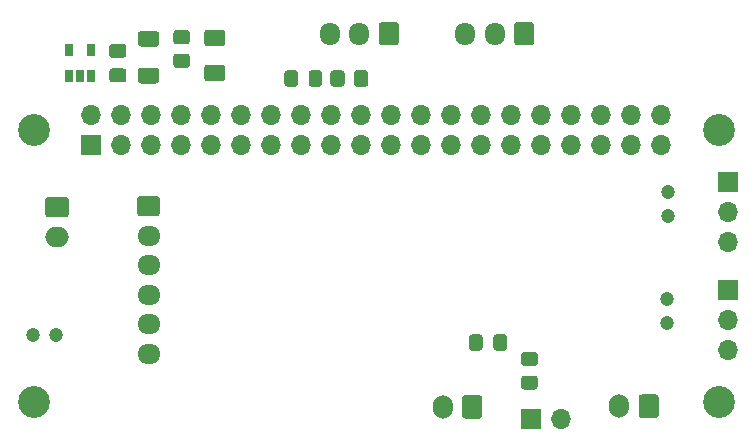
<source format=gbr>
%TF.GenerationSoftware,KiCad,Pcbnew,(5.1.10)-1*%
%TF.CreationDate,2023-05-11T15:26:33-07:00*%
%TF.ProjectId,CUBOTino2,4355424f-5469-46e6-9f32-2e6b69636164,rev?*%
%TF.SameCoordinates,Original*%
%TF.FileFunction,Soldermask,Top*%
%TF.FilePolarity,Negative*%
%FSLAX46Y46*%
G04 Gerber Fmt 4.6, Leading zero omitted, Abs format (unit mm)*
G04 Created by KiCad (PCBNEW (5.1.10)-1) date 2023-05-11 15:26:33*
%MOMM*%
%LPD*%
G01*
G04 APERTURE LIST*
%ADD10O,1.700000X2.000000*%
%ADD11O,2.000000X1.700000*%
%ADD12O,1.950000X1.700000*%
%ADD13O,1.700000X1.700000*%
%ADD14R,1.700000X1.700000*%
%ADD15O,1.700000X1.950000*%
%ADD16R,0.650000X1.060000*%
%ADD17C,1.200000*%
%ADD18C,2.700000*%
G04 APERTURE END LIST*
D10*
%TO.C,J6*%
X153550000Y-86850000D03*
G36*
G01*
X156900000Y-86100000D02*
X156900000Y-87600000D01*
G75*
G02*
X156650000Y-87850000I-250000J0D01*
G01*
X155450000Y-87850000D01*
G75*
G02*
X155200000Y-87600000I0J250000D01*
G01*
X155200000Y-86100000D01*
G75*
G02*
X155450000Y-85850000I250000J0D01*
G01*
X156650000Y-85850000D01*
G75*
G02*
X156900000Y-86100000I0J-250000D01*
G01*
G37*
%TD*%
%TO.C,J4*%
X138600000Y-86900000D03*
G36*
G01*
X141950000Y-86150000D02*
X141950000Y-87650000D01*
G75*
G02*
X141700000Y-87900000I-250000J0D01*
G01*
X140500000Y-87900000D01*
G75*
G02*
X140250000Y-87650000I0J250000D01*
G01*
X140250000Y-86150000D01*
G75*
G02*
X140500000Y-85900000I250000J0D01*
G01*
X141700000Y-85900000D01*
G75*
G02*
X141950000Y-86150000I0J-250000D01*
G01*
G37*
%TD*%
D11*
%TO.C,J2*%
X105950000Y-72500000D03*
G36*
G01*
X105200000Y-69150000D02*
X106700000Y-69150000D01*
G75*
G02*
X106950000Y-69400000I0J-250000D01*
G01*
X106950000Y-70600000D01*
G75*
G02*
X106700000Y-70850000I-250000J0D01*
G01*
X105200000Y-70850000D01*
G75*
G02*
X104950000Y-70600000I0J250000D01*
G01*
X104950000Y-69400000D01*
G75*
G02*
X105200000Y-69150000I250000J0D01*
G01*
G37*
%TD*%
D12*
%TO.C,J3*%
X113700000Y-82400000D03*
X113700000Y-79900000D03*
X113700000Y-77400000D03*
X113700000Y-74900000D03*
X113700000Y-72400000D03*
G36*
G01*
X112975000Y-69050000D02*
X114425000Y-69050000D01*
G75*
G02*
X114675000Y-69300000I0J-250000D01*
G01*
X114675000Y-70500000D01*
G75*
G02*
X114425000Y-70750000I-250000J0D01*
G01*
X112975000Y-70750000D01*
G75*
G02*
X112725000Y-70500000I0J250000D01*
G01*
X112725000Y-69300000D01*
G75*
G02*
X112975000Y-69050000I250000J0D01*
G01*
G37*
%TD*%
D13*
%TO.C,J8*%
X162800000Y-82080000D03*
X162800000Y-79540000D03*
D14*
X162800000Y-77000000D03*
%TD*%
D13*
%TO.C,J7*%
X162800000Y-72980000D03*
X162800000Y-70440000D03*
D14*
X162800000Y-67900000D03*
%TD*%
D15*
%TO.C,J10*%
X129050000Y-55300000D03*
X131550000Y-55300000D03*
G36*
G01*
X134900000Y-54575000D02*
X134900000Y-56025000D01*
G75*
G02*
X134650000Y-56275000I-250000J0D01*
G01*
X133450000Y-56275000D01*
G75*
G02*
X133200000Y-56025000I0J250000D01*
G01*
X133200000Y-54575000D01*
G75*
G02*
X133450000Y-54325000I250000J0D01*
G01*
X134650000Y-54325000D01*
G75*
G02*
X134900000Y-54575000I0J-250000D01*
G01*
G37*
%TD*%
%TO.C,J9*%
X140500000Y-55300000D03*
X143000000Y-55300000D03*
G36*
G01*
X146350000Y-54575000D02*
X146350000Y-56025000D01*
G75*
G02*
X146100000Y-56275000I-250000J0D01*
G01*
X144900000Y-56275000D01*
G75*
G02*
X144650000Y-56025000I0J250000D01*
G01*
X144650000Y-54575000D01*
G75*
G02*
X144900000Y-54325000I250000J0D01*
G01*
X146100000Y-54325000D01*
G75*
G02*
X146350000Y-54575000I0J-250000D01*
G01*
G37*
%TD*%
D16*
%TO.C,U1*%
X106950000Y-56700000D03*
X108850000Y-56700000D03*
X108850000Y-58900000D03*
X107900000Y-58900000D03*
X106950000Y-58900000D03*
%TD*%
%TO.C,C3*%
G36*
G01*
X110625000Y-58250000D02*
X111575000Y-58250000D01*
G75*
G02*
X111825000Y-58500000I0J-250000D01*
G01*
X111825000Y-59175000D01*
G75*
G02*
X111575000Y-59425000I-250000J0D01*
G01*
X110625000Y-59425000D01*
G75*
G02*
X110375000Y-59175000I0J250000D01*
G01*
X110375000Y-58500000D01*
G75*
G02*
X110625000Y-58250000I250000J0D01*
G01*
G37*
G36*
G01*
X110625000Y-56175000D02*
X111575000Y-56175000D01*
G75*
G02*
X111825000Y-56425000I0J-250000D01*
G01*
X111825000Y-57100000D01*
G75*
G02*
X111575000Y-57350000I-250000J0D01*
G01*
X110625000Y-57350000D01*
G75*
G02*
X110375000Y-57100000I0J250000D01*
G01*
X110375000Y-56425000D01*
G75*
G02*
X110625000Y-56175000I250000J0D01*
G01*
G37*
%TD*%
%TO.C,R3*%
G36*
G01*
X131100000Y-59550001D02*
X131100000Y-58649999D01*
G75*
G02*
X131349999Y-58400000I249999J0D01*
G01*
X132050001Y-58400000D01*
G75*
G02*
X132300000Y-58649999I0J-249999D01*
G01*
X132300000Y-59550001D01*
G75*
G02*
X132050001Y-59800000I-249999J0D01*
G01*
X131349999Y-59800000D01*
G75*
G02*
X131100000Y-59550001I0J249999D01*
G01*
G37*
G36*
G01*
X129100000Y-59550001D02*
X129100000Y-58649999D01*
G75*
G02*
X129349999Y-58400000I249999J0D01*
G01*
X130050001Y-58400000D01*
G75*
G02*
X130300000Y-58649999I0J-249999D01*
G01*
X130300000Y-59550001D01*
G75*
G02*
X130050001Y-59800000I-249999J0D01*
G01*
X129349999Y-59800000D01*
G75*
G02*
X129100000Y-59550001I0J249999D01*
G01*
G37*
%TD*%
%TO.C,R1*%
G36*
G01*
X145499999Y-84250000D02*
X146400001Y-84250000D01*
G75*
G02*
X146650000Y-84499999I0J-249999D01*
G01*
X146650000Y-85200001D01*
G75*
G02*
X146400001Y-85450000I-249999J0D01*
G01*
X145499999Y-85450000D01*
G75*
G02*
X145250000Y-85200001I0J249999D01*
G01*
X145250000Y-84499999D01*
G75*
G02*
X145499999Y-84250000I249999J0D01*
G01*
G37*
G36*
G01*
X145499999Y-82250000D02*
X146400001Y-82250000D01*
G75*
G02*
X146650000Y-82499999I0J-249999D01*
G01*
X146650000Y-83200001D01*
G75*
G02*
X146400001Y-83450000I-249999J0D01*
G01*
X145499999Y-83450000D01*
G75*
G02*
X145250000Y-83200001I0J249999D01*
G01*
X145250000Y-82499999D01*
G75*
G02*
X145499999Y-82250000I249999J0D01*
G01*
G37*
%TD*%
%TO.C,D3*%
G36*
G01*
X127250000Y-59550001D02*
X127250000Y-58649999D01*
G75*
G02*
X127499999Y-58400000I249999J0D01*
G01*
X128150001Y-58400000D01*
G75*
G02*
X128400000Y-58649999I0J-249999D01*
G01*
X128400000Y-59550001D01*
G75*
G02*
X128150001Y-59800000I-249999J0D01*
G01*
X127499999Y-59800000D01*
G75*
G02*
X127250000Y-59550001I0J249999D01*
G01*
G37*
G36*
G01*
X125200000Y-59550001D02*
X125200000Y-58649999D01*
G75*
G02*
X125449999Y-58400000I249999J0D01*
G01*
X126100001Y-58400000D01*
G75*
G02*
X126350000Y-58649999I0J-249999D01*
G01*
X126350000Y-59550001D01*
G75*
G02*
X126100001Y-59800000I-249999J0D01*
G01*
X125449999Y-59800000D01*
G75*
G02*
X125200000Y-59550001I0J249999D01*
G01*
G37*
%TD*%
%TO.C,D1*%
G36*
G01*
X142900000Y-81900001D02*
X142900000Y-80999999D01*
G75*
G02*
X143149999Y-80750000I249999J0D01*
G01*
X143800001Y-80750000D01*
G75*
G02*
X144050000Y-80999999I0J-249999D01*
G01*
X144050000Y-81900001D01*
G75*
G02*
X143800001Y-82150000I-249999J0D01*
G01*
X143149999Y-82150000D01*
G75*
G02*
X142900000Y-81900001I0J249999D01*
G01*
G37*
G36*
G01*
X140850000Y-81900001D02*
X140850000Y-80999999D01*
G75*
G02*
X141099999Y-80750000I249999J0D01*
G01*
X141750001Y-80750000D01*
G75*
G02*
X142000000Y-80999999I0J-249999D01*
G01*
X142000000Y-81900001D01*
G75*
G02*
X141750001Y-82150000I-249999J0D01*
G01*
X141099999Y-82150000D01*
G75*
G02*
X140850000Y-81900001I0J249999D01*
G01*
G37*
%TD*%
D17*
%TO.C,C7*%
X157700000Y-68700000D03*
X157700000Y-70700000D03*
%TD*%
%TO.C,C6*%
X157600000Y-77800000D03*
X157600000Y-79800000D03*
%TD*%
%TO.C,C1*%
X105900000Y-80800000D03*
X103900000Y-80800000D03*
%TD*%
D18*
%TO.C,H4*%
X162000000Y-86500000D03*
%TD*%
%TO.C,H3*%
X104000000Y-86500000D03*
%TD*%
%TO.C,H2*%
X162000000Y-63500000D03*
%TD*%
%TO.C,H1*%
X104000000Y-63500000D03*
%TD*%
%TO.C,C5*%
G36*
G01*
X113049998Y-58200000D02*
X114350002Y-58200000D01*
G75*
G02*
X114600000Y-58449998I0J-249998D01*
G01*
X114600000Y-59275002D01*
G75*
G02*
X114350002Y-59525000I-249998J0D01*
G01*
X113049998Y-59525000D01*
G75*
G02*
X112800000Y-59275002I0J249998D01*
G01*
X112800000Y-58449998D01*
G75*
G02*
X113049998Y-58200000I249998J0D01*
G01*
G37*
G36*
G01*
X113049998Y-55075000D02*
X114350002Y-55075000D01*
G75*
G02*
X114600000Y-55324998I0J-249998D01*
G01*
X114600000Y-56150002D01*
G75*
G02*
X114350002Y-56400000I-249998J0D01*
G01*
X113049998Y-56400000D01*
G75*
G02*
X112800000Y-56150002I0J249998D01*
G01*
X112800000Y-55324998D01*
G75*
G02*
X113049998Y-55075000I249998J0D01*
G01*
G37*
%TD*%
%TO.C,R2*%
G36*
G01*
X116049999Y-57000000D02*
X116950001Y-57000000D01*
G75*
G02*
X117200000Y-57249999I0J-249999D01*
G01*
X117200000Y-57950001D01*
G75*
G02*
X116950001Y-58200000I-249999J0D01*
G01*
X116049999Y-58200000D01*
G75*
G02*
X115800000Y-57950001I0J249999D01*
G01*
X115800000Y-57249999D01*
G75*
G02*
X116049999Y-57000000I249999J0D01*
G01*
G37*
G36*
G01*
X116049999Y-55000000D02*
X116950001Y-55000000D01*
G75*
G02*
X117200000Y-55249999I0J-249999D01*
G01*
X117200000Y-55950001D01*
G75*
G02*
X116950001Y-56200000I-249999J0D01*
G01*
X116049999Y-56200000D01*
G75*
G02*
X115800000Y-55950001I0J249999D01*
G01*
X115800000Y-55249999D01*
G75*
G02*
X116049999Y-55000000I249999J0D01*
G01*
G37*
%TD*%
D13*
%TO.C,J5*%
X148590000Y-87950000D03*
D14*
X146050000Y-87950000D03*
%TD*%
D13*
%TO.C,J1*%
X157130000Y-62230000D03*
X157130000Y-64770000D03*
X154590000Y-62230000D03*
X154590000Y-64770000D03*
X152050000Y-62230000D03*
X152050000Y-64770000D03*
X149510000Y-62230000D03*
X149510000Y-64770000D03*
X146970000Y-62230000D03*
X146970000Y-64770000D03*
X144430000Y-62230000D03*
X144430000Y-64770000D03*
X141890000Y-62230000D03*
X141890000Y-64770000D03*
X139350000Y-62230000D03*
X139350000Y-64770000D03*
X136810000Y-62230000D03*
X136810000Y-64770000D03*
X134270000Y-62230000D03*
X134270000Y-64770000D03*
X131730000Y-62230000D03*
X131730000Y-64770000D03*
X129190000Y-62230000D03*
X129190000Y-64770000D03*
X126650000Y-62230000D03*
X126650000Y-64770000D03*
X124110000Y-62230000D03*
X124110000Y-64770000D03*
X121570000Y-62230000D03*
X121570000Y-64770000D03*
X119030000Y-62230000D03*
X119030000Y-64770000D03*
X116490000Y-62230000D03*
X116490000Y-64770000D03*
X113950000Y-62230000D03*
X113950000Y-64770000D03*
X111410000Y-62230000D03*
X111410000Y-64770000D03*
X108870000Y-62230000D03*
D14*
X108870000Y-64770000D03*
%TD*%
%TO.C,D2*%
G36*
G01*
X119925000Y-56375000D02*
X118675000Y-56375000D01*
G75*
G02*
X118425000Y-56125000I0J250000D01*
G01*
X118425000Y-55200000D01*
G75*
G02*
X118675000Y-54950000I250000J0D01*
G01*
X119925000Y-54950000D01*
G75*
G02*
X120175000Y-55200000I0J-250000D01*
G01*
X120175000Y-56125000D01*
G75*
G02*
X119925000Y-56375000I-250000J0D01*
G01*
G37*
G36*
G01*
X119925000Y-59350000D02*
X118675000Y-59350000D01*
G75*
G02*
X118425000Y-59100000I0J250000D01*
G01*
X118425000Y-58175000D01*
G75*
G02*
X118675000Y-57925000I250000J0D01*
G01*
X119925000Y-57925000D01*
G75*
G02*
X120175000Y-58175000I0J-250000D01*
G01*
X120175000Y-59100000D01*
G75*
G02*
X119925000Y-59350000I-250000J0D01*
G01*
G37*
%TD*%
M02*

</source>
